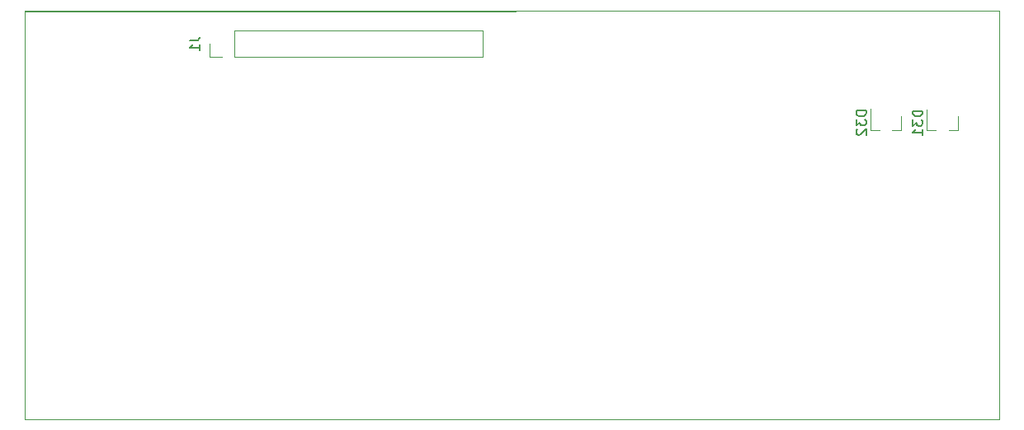
<source format=gbr>
%TF.GenerationSoftware,KiCad,Pcbnew,(5.1.7)-1*%
%TF.CreationDate,2020-10-28T13:08:51+04:00*%
%TF.ProjectId,stm32-home-light,73746d33-322d-4686-9f6d-652d6c696768,rev?*%
%TF.SameCoordinates,Original*%
%TF.FileFunction,Legend,Bot*%
%TF.FilePolarity,Positive*%
%FSLAX46Y46*%
G04 Gerber Fmt 4.6, Leading zero omitted, Abs format (unit mm)*
G04 Created by KiCad (PCBNEW (5.1.7)-1) date 2020-10-28 13:08:51*
%MOMM*%
%LPD*%
G01*
G04 APERTURE LIST*
%TA.AperFunction,Profile*%
%ADD10C,0.100000*%
%TD*%
%ADD11C,0.120000*%
%ADD12C,0.150000*%
G04 APERTURE END LIST*
D10*
X229760000Y227500000D02*
X229760000Y185500000D01*
X129760000Y227410000D02*
X229760000Y227500000D01*
X129760000Y185500000D02*
X129760000Y227410000D01*
X229760000Y185500000D02*
X129760000Y185500000D01*
X129760000Y185500000D02*
X129760000Y227500000D01*
X129760000Y227500000D02*
X229760000Y227500000D01*
D11*
%TO.C,J1*%
X148680000Y224100000D02*
X148680000Y222770000D01*
X148680000Y222770000D02*
X150010000Y222770000D01*
X151280000Y222770000D02*
X176740000Y222770000D01*
X176740000Y225430000D02*
X176740000Y222770000D01*
X151280000Y225430000D02*
X176740000Y225430000D01*
X151280000Y225430000D02*
X151280000Y222770000D01*
%TO.C,D32*%
X219696400Y215236000D02*
X219696400Y216696000D01*
X216536400Y215236000D02*
X216536400Y217396000D01*
X216536400Y215236000D02*
X217466400Y215236000D01*
X219696400Y215236000D02*
X218766400Y215236000D01*
%TO.C,D31*%
X225487600Y215210600D02*
X225487600Y216670600D01*
X222327600Y215210600D02*
X222327600Y217370600D01*
X222327600Y215210600D02*
X223257600Y215210600D01*
X225487600Y215210600D02*
X224557600Y215210600D01*
%TD*%
%TO.C,J1*%
D12*
X146692380Y224433333D02*
X147406666Y224433333D01*
X147549523Y224480952D01*
X147644761Y224576190D01*
X147692380Y224719047D01*
X147692380Y224814285D01*
X147692380Y223433333D02*
X147692380Y224004761D01*
X147692380Y223719047D02*
X146692380Y223719047D01*
X146835238Y223814285D01*
X146930476Y223909523D01*
X146978095Y224004761D01*
%TO.C,D32*%
X216068780Y217210285D02*
X215068780Y217210285D01*
X215068780Y216972190D01*
X215116400Y216829333D01*
X215211638Y216734095D01*
X215306876Y216686476D01*
X215497352Y216638857D01*
X215640209Y216638857D01*
X215830685Y216686476D01*
X215925923Y216734095D01*
X216021161Y216829333D01*
X216068780Y216972190D01*
X216068780Y217210285D01*
X215068780Y216305523D02*
X215068780Y215686476D01*
X215449733Y216019809D01*
X215449733Y215876952D01*
X215497352Y215781714D01*
X215544971Y215734095D01*
X215640209Y215686476D01*
X215878304Y215686476D01*
X215973542Y215734095D01*
X216021161Y215781714D01*
X216068780Y215876952D01*
X216068780Y216162666D01*
X216021161Y216257904D01*
X215973542Y216305523D01*
X215164019Y215305523D02*
X215116400Y215257904D01*
X215068780Y215162666D01*
X215068780Y214924571D01*
X215116400Y214829333D01*
X215164019Y214781714D01*
X215259257Y214734095D01*
X215354495Y214734095D01*
X215497352Y214781714D01*
X216068780Y215353142D01*
X216068780Y214734095D01*
%TO.C,D31*%
X221859980Y217184885D02*
X220859980Y217184885D01*
X220859980Y216946790D01*
X220907600Y216803933D01*
X221002838Y216708695D01*
X221098076Y216661076D01*
X221288552Y216613457D01*
X221431409Y216613457D01*
X221621885Y216661076D01*
X221717123Y216708695D01*
X221812361Y216803933D01*
X221859980Y216946790D01*
X221859980Y217184885D01*
X220859980Y216280123D02*
X220859980Y215661076D01*
X221240933Y215994409D01*
X221240933Y215851552D01*
X221288552Y215756314D01*
X221336171Y215708695D01*
X221431409Y215661076D01*
X221669504Y215661076D01*
X221764742Y215708695D01*
X221812361Y215756314D01*
X221859980Y215851552D01*
X221859980Y216137266D01*
X221812361Y216232504D01*
X221764742Y216280123D01*
X221859980Y214708695D02*
X221859980Y215280123D01*
X221859980Y214994409D02*
X220859980Y214994409D01*
X221002838Y215089647D01*
X221098076Y215184885D01*
X221145695Y215280123D01*
%TD*%
M02*

</source>
